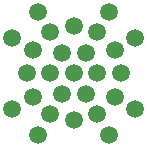
<source format=gbr>
%TF.GenerationSoftware,KiCad,Pcbnew,7.0.2*%
%TF.CreationDate,2023-07-16T23:24:56-06:00*%
%TF.ProjectId,dc31-front,64633331-2d66-4726-9f6e-742e6b696361,rev?*%
%TF.SameCoordinates,Original*%
%TF.FileFunction,Soldermask,Top*%
%TF.FilePolarity,Negative*%
%FSLAX46Y46*%
G04 Gerber Fmt 4.6, Leading zero omitted, Abs format (unit mm)*
G04 Created by KiCad (PCBNEW 7.0.2) date 2023-07-16 23:24:56*
%MOMM*%
%LPD*%
G01*
G04 APERTURE LIST*
%ADD10C,1.500000*%
G04 APERTURE END LIST*
D10*
%TO.C,REF\u002A\u002A*%
X109585000Y-70605000D03*
X109049102Y-72605000D03*
X107585000Y-74069102D03*
X105585000Y-74605000D03*
X103585000Y-74069102D03*
X102120898Y-72605000D03*
X101585000Y-70605000D03*
X102120898Y-68605000D03*
X103585000Y-67140898D03*
X105585000Y-66605000D03*
X107585000Y-67140898D03*
X109049102Y-68605000D03*
X105585000Y-70605000D03*
X107585000Y-70605000D03*
X106585000Y-72337051D03*
X104585000Y-72337051D03*
X103585000Y-70605000D03*
X104585000Y-68872949D03*
X106585000Y-68872949D03*
X110781152Y-73605000D03*
X108585000Y-75801152D03*
X102585000Y-75801152D03*
X100388848Y-73605000D03*
X100388848Y-67605000D03*
X102585000Y-65408848D03*
X108585000Y-65408848D03*
X110781152Y-67605000D03*
%TD*%
M02*

</source>
